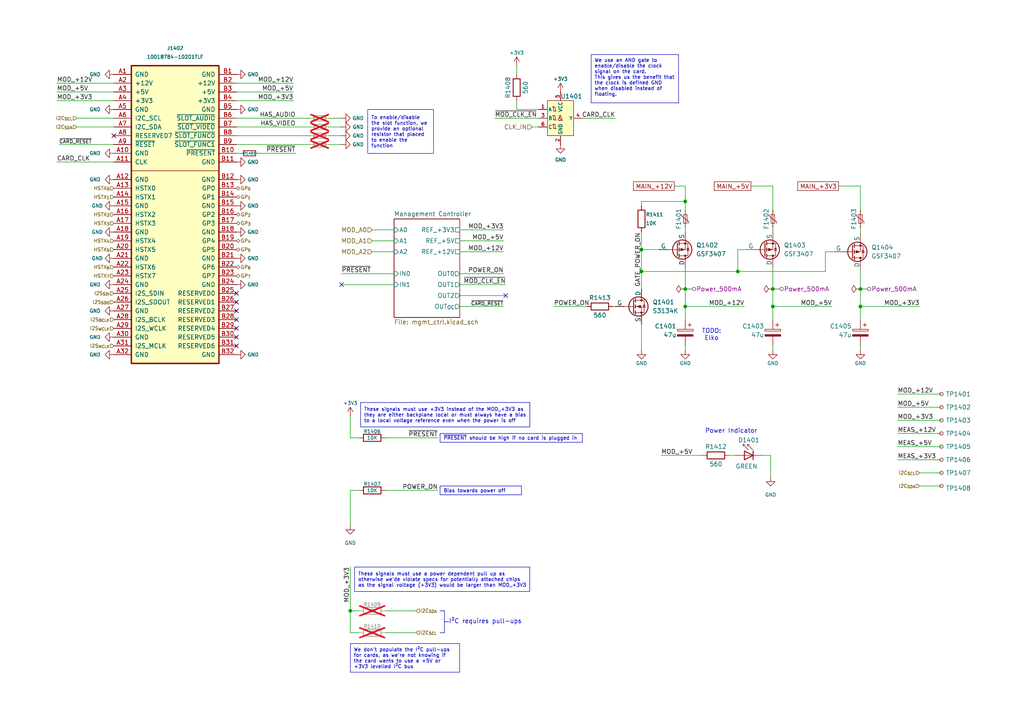
<source format=kicad_sch>
(kicad_sch (version 20250114) (generator "eeschema") (generator_version "9.0")
  (paper "A4")
  (title_block (title "Expansion Port") (company "Ashet Technologies") (comment 1 "This sheet contains all relevant components related to a single expansion port.") (comment 2 "This includes the pinout, debug facilities, test points and the wiring of the management controller."))
  (text "I²C requires pull-ups" (at 130.175 180.34 0) (effects (font (size 1.27 1.27)) (justify left)))
  (text "Power Indicator" (at 212.09 125.095 0) (effects (font (size 1.27 1.27))))
  (text "TODO:\nElko" (at 206.375 97.155 0) (effects (font (size 1.27 1.27))))
  (text_box "We use an AND gate to enable/disable the clock signal on the card.\nThis gives us the benefit that the clock is defined GND when disabled instead of floating." (at 171.45 15.875 0) (size 25.4 13.97) (margins 0.9525 0.9525 0.9525 0.9525) (fill (type color) (color 255 255 255 1)) (effects (font (size 1.016 1.016)) (justify left top)))
  (text_box "These signals must use +3V3 instead of the MOD_+3V3 as they are either backplane local or must always have a bias to a local voltage reference even when the power is off" (at 104.5816 116.7399 0) (size 49.0884 7.0851) (margins 0.9525 0.9525 0.9525 0.9525) (effects (font (size 1.016 1.016)) (justify left)))
  (text_box "Bias towards power off" (at 127.635 140.97 0) (size 23.5984 2.54) (margins 0.9525 0.9525 0.9525 0.9525) (effects (font (size 1.016 1.016)) (justify left)))
  (text_box "~{PRESENT} should be high if no card is plugged in" (at 127.635 125.73 0) (size 41.275 2.54) (margins 0.9525 0.9525 0.9525 0.9525) (effects (font (size 1.016 1.016)) (justify left)))
  (text_box "These signals must use a power dependent pull up as otherwise we'de violate specs for potentially attached chips as the signal voltage (+3V3) would be larger than MOD_+3V3" (at 102.87 164.465 0) (size 50.7999 7.0851) (margins 0.9525 0.9525 0.9525 0.9525) (fill (type color) (color 255 255 255 1)) (effects (font (size 1.016 1.016)) (justify left)))
  (text_box "We don't populate the I²C pull-ups for cards, as we're not knowing if the card wants to use a +5V or +3V3 levelled I²C bus" (at 101.6 186.69 0) (size 31.75 8.255) (margins 0.9525 0.9525 0.9525 0.9525) (fill (type color) (color 255 255 255 1)) (effects (font (size 1.016 1.016)) (justify left)))
  (text_box "To enable/disable the slot function, we provide an optional resistor that placed to enable the function" (at 106.68 31.75 0) (size 19.05 12.7) (margins 0.9525 0.9525 0.9525 0.9525) (fill (type color) (color 255 255 255 1)) (effects (font (size 1.016 1.016)) (justify left)))
  (junction (at 186.055 72.39))
  (junction (at 198.755 58.42))
  (junction (at 101.6 177.165))
  (junction (at 198.755 83.82))
  (junction (at 186.055 78.74))
  (junction (at 213.995 78.74))
  (junction (at 224.155 83.82))
  (junction (at 249.555 88.9))
  (junction (at 224.155 88.9))
  (junction (at 249.555 83.82))
  (junction (at 198.755 88.9))
  (no_connect (at 68.58 95.25))
  (no_connect (at 68.58 92.71))
  (no_connect (at 68.58 90.17))
  (no_connect (at 68.58 87.63))
  (no_connect (at 68.58 85.09))
  (no_connect (at 33.02 39.37))
  (no_connect (at 68.58 97.79))
  (no_connect (at 99.06 82.55))
  (no_connect (at 146.685 85.725))
  (no_connect (at 68.58 100.33))
  (wire (pts (xy 95.25 39.37) (xy 99.06 39.37)))
  (wire (pts (xy 149.86 29.21) (xy 149.86 31.75)))
  (wire (pts (xy 198.755 53.975) (xy 195.58 53.975)))
  (wire (pts (xy 74.93 44.45) (xy 85.725 44.45)))
  (wire (pts (xy 168.91 34.29) (xy 178.435 34.29)))
  (wire (pts (xy 111.76 127) (xy 127 127)))
  (wire (pts (xy 111.76 183.515) (xy 120.65 183.515)))
  (wire (pts (xy 186.055 58.42) (xy 198.755 58.42)))
  (wire (pts (xy 133.35 73.025) (xy 146.05 73.025)))
  (wire (pts (xy 260.35 129.54) (xy 273.05 129.54)))
  (wire (pts (xy 198.755 53.975) (xy 198.755 58.42)))
  (wire (pts (xy 198.755 88.9) (xy 215.9 88.9)))
  (wire (pts (xy 101.6 142.24) (xy 101.6 152.4)))
  (wire (pts (xy 186.055 93.98) (xy 186.055 101.6)))
  (wire (pts (xy 198.755 58.42) (xy 198.755 60.96)))
  (wire (pts (xy 111.76 142.24) (xy 127 142.24)))
  (polyline (pts (xy 128.905 180.34) (xy 130.175 180.34)))
  (wire (pts (xy 216.535 72.39) (xy 213.995 72.39)))
  (wire (pts (xy 107.95 73.025) (xy 114.3 73.025)))
  (polyline (pts (xy 127.635 177.165) (xy 128.905 177.165)))
  (wire (pts (xy 186.055 59.69) (xy 186.055 58.42)))
  (wire (pts (xy 249.555 83.82) (xy 249.555 88.9)))
  (wire (pts (xy 101.6 177.165) (xy 104.14 177.165)))
  (wire (pts (xy 266.7 137.16) (xy 273.05 137.16)))
  (wire (pts (xy 211.455 132.08) (xy 213.36 132.08)))
  (wire (pts (xy 22.225 34.29) (xy 33.02 34.29)))
  (wire (pts (xy 16.51 46.99) (xy 33.02 46.99)))
  (wire (pts (xy 68.58 36.83) (xy 90.17 36.83)))
  (wire (pts (xy 260.35 121.92) (xy 273.05 121.92)))
  (wire (pts (xy 101.6 164.465) (xy 101.6 177.165)))
  (wire (pts (xy 99.06 82.55) (xy 114.3 82.55)))
  (wire (pts (xy 186.055 78.74) (xy 213.995 78.74)))
  (wire (pts (xy 224.155 100.33) (xy 224.155 101.6)))
  (wire (pts (xy 186.055 67.31) (xy 186.055 72.39)))
  (wire (pts (xy 249.555 88.9) (xy 266.7 88.9)))
  (wire (pts (xy 224.155 88.9) (xy 224.155 92.71)))
  (wire (pts (xy 239.395 78.74) (xy 239.395 73.025)))
  (wire (pts (xy 146.05 79.375) (xy 133.35 79.375)))
  (wire (pts (xy 107.95 66.675) (xy 114.3 66.675)))
  (wire (pts (xy 99.06 79.375) (xy 114.3 79.375)))
  (wire (pts (xy 33.02 26.67) (xy 16.51 26.67)))
  (wire (pts (xy 260.35 133.35) (xy 273.05 133.35)))
  (wire (pts (xy 33.02 24.13) (xy 16.51 24.13)))
  (wire (pts (xy 191.77 132.08) (xy 203.835 132.08)))
  (wire (pts (xy 260.35 125.73) (xy 273.05 125.73)))
  (wire (pts (xy 198.755 88.9) (xy 198.755 92.71)))
  (wire (pts (xy 266.7 140.97) (xy 273.05 140.97)))
  (wire (pts (xy 133.35 88.9) (xy 146.05 88.9)))
  (wire (pts (xy 213.995 78.74) (xy 239.395 78.74)))
  (wire (pts (xy 95.25 41.91) (xy 99.06 41.91)))
  (wire (pts (xy 198.755 83.82) (xy 198.755 88.9)))
  (wire (pts (xy 107.95 69.85) (xy 114.3 69.85)))
  (wire (pts (xy 68.58 44.45) (xy 69.85 44.45)))
  (wire (pts (xy 260.35 118.11) (xy 273.05 118.11)))
  (wire (pts (xy 104.14 183.515) (xy 101.6 183.515)))
  (wire (pts (xy 224.155 66.04) (xy 224.155 67.31)))
  (wire (pts (xy 133.35 85.725) (xy 146.685 85.725)))
  (wire (pts (xy 95.25 36.83) (xy 99.06 36.83)))
  (wire (pts (xy 177.8 88.9) (xy 178.435 88.9)))
  (wire (pts (xy 198.755 77.47) (xy 198.755 83.82)))
  (wire (pts (xy 186.055 78.74) (xy 186.055 72.39)))
  (wire (pts (xy 68.58 34.29) (xy 90.17 34.29)))
  (wire (pts (xy 220.98 132.08) (xy 223.52 132.08)))
  (wire (pts (xy 17.145 41.91) (xy 33.02 41.91)))
  (wire (pts (xy 223.52 132.08) (xy 223.52 138.43)))
  (wire (pts (xy 101.6 120.65) (xy 101.6 127)))
  (wire (pts (xy 146.685 82.55) (xy 133.35 82.55)))
  (wire (pts (xy 249.555 100.33) (xy 249.555 101.6)))
  (wire (pts (xy 149.86 19.05) (xy 149.86 21.59)))
  (wire (pts (xy 133.35 66.675) (xy 146.05 66.675)))
  (wire (pts (xy 156.21 31.75) (xy 149.86 31.75)))
  (polyline (pts (xy 127.635 183.515) (xy 128.905 183.515)))
  (wire (pts (xy 239.395 73.025) (xy 241.935 73.025)))
  (wire (pts (xy 111.76 177.165) (xy 120.65 177.165)))
  (wire (pts (xy 186.055 83.82) (xy 186.055 78.74)))
  (wire (pts (xy 90.17 39.37) (xy 68.58 39.37)))
  (wire (pts (xy 217.805 53.975) (xy 224.155 53.975)))
  (wire (pts (xy 198.755 66.04) (xy 198.755 67.31)))
  (wire (pts (xy 249.555 53.975) (xy 249.555 60.96)))
  (wire (pts (xy 260.35 114.3) (xy 273.05 114.3)))
  (polyline (pts (xy 128.905 177.165) (xy 128.905 180.34)))
  (wire (pts (xy 249.555 66.04) (xy 249.555 67.945)))
  (wire (pts (xy 101.6 142.24) (xy 104.14 142.24)))
  (wire (pts (xy 213.995 72.39) (xy 213.995 78.74)))
  (wire (pts (xy 95.25 34.29) (xy 99.06 34.29)))
  (wire (pts (xy 198.755 100.33) (xy 198.755 101.6)))
  (wire (pts (xy 224.155 53.975) (xy 224.155 60.96)))
  (polyline (pts (xy 128.905 183.515) (xy 128.905 180.34)))
  (wire (pts (xy 101.6 183.515) (xy 101.6 177.165)))
  (wire (pts (xy 68.58 24.13) (xy 85.09 24.13)))
  (wire (pts (xy 154.305 36.83) (xy 156.21 36.83)))
  (wire (pts (xy 133.35 69.85) (xy 146.05 69.85)))
  (wire (pts (xy 186.055 72.39) (xy 191.135 72.39)))
  (wire (pts (xy 224.155 83.82) (xy 224.155 88.9)))
  (wire (pts (xy 85.09 29.21) (xy 68.58 29.21)))
  (wire (pts (xy 68.58 26.67) (xy 85.09 26.67)))
  (wire (pts (xy 22.225 36.83) (xy 33.02 36.83)))
  (wire (pts (xy 243.205 53.975) (xy 249.555 53.975)))
  (wire (pts (xy 90.17 41.91) (xy 68.58 41.91)))
  (wire (pts (xy 249.555 88.9) (xy 249.555 92.71)))
  (wire (pts (xy 160.655 88.9) (xy 170.18 88.9)))
  (wire (pts (xy 143.51 34.29) (xy 156.21 34.29)))
  (wire (pts (xy 101.6 127) (xy 104.14 127)))
  (wire (pts (xy 16.51 29.21) (xy 33.02 29.21)))
  (wire (pts (xy 224.155 77.47) (xy 224.155 83.82)))
  (wire (pts (xy 224.155 88.9) (xy 241.3 88.9)))
  (wire (pts (xy 249.555 78.105) (xy 249.555 83.82)))
  (label "~{MOD_CLK_EN}" (at 146.685 82.55 180))
  (label "MOD_+3V3" (at 146.05 66.675 180))
  (label "~{PRESENT}" (at 127 127 180))
  (label "~{PRESENT}" (at 85.725 44.45 180))
  (label "MOD_+5V" (at 191.77 132.08 0))
  (label "MOD_+3V3" (at 101.6 164.465 270))
  (label "MOD_+5V" (at 16.51 26.67 0))
  (label "MOD_+5V" (at 146.05 69.85 180))
  (label "MEAS_+5V" (at 260.35 129.54 0))
  (label "~{PRESENT}" (at 99.06 79.375 0))
  (label "POWER_ON" (at 160.655 88.9 0))
  (label "CARD_CLK" (at 16.51 46.99 0))
  (label "CARD_CLK" (at 178.435 34.29 180))
  (label "GATE_POWER_ON" (at 186.055 83.185 90))
  (label "MOD_+3V3" (at 260.35 121.92 0))
  (label "POWER_ON" (at 146.05 79.375 180))
  (label "MOD_+12V" (at 215.9 88.9 180))
  (label "~{CARD_RESET}" (at 17.145 41.91 0) (effects (font (size 1.016 1.016))))
  (label "MOD_+12V" (at 146.05 73.025 180))
  (label "MOD_+12V" (at 260.35 114.3 0))
  (label "MOD_+3V3" (at 85.09 29.21 180))
  (label "~{MOD_CLK_EN}" (at 143.51 34.29 0))
  (label "MOD_+5V" (at 260.35 118.11 0))
  (label "POWER_ON" (at 127 142.24 180))
  (label "HAS_AUDIO" (at 85.725 34.29 180))
  (label "MEAS_+3V3" (at 260.35 133.35 0))
  (label "MOD_+5V" (at 241.3 88.9 180))
  (label "MOD_+3V3" (at 16.51 29.21 0))
  (label "HAS_VIDEO" (at 85.725 36.83 180))
  (label "MEAS_+12V" (at 260.35 125.73 0))
  (label "MOD_+12V" (at 85.09 24.13 180))
  (label "MOD_+3V3" (at 266.7 88.9 180))
  (label "~{CARD_RESET}" (at 146.05 88.9 180) (effects (font (size 1.016 1.016))))
  (label "MOD_+12V" (at 16.51 24.13 0))
  (label "MOD_+5V" (at 85.09 26.67 180))
  (global_label "MAIN_+5V" (shape passive) (at 217.805 53.975 180) (property "Intersheetrefs" "${INTERSHEET_REFS}" (effects (hide yes))))
  (global_label "MAIN_+3V3" (shape passive) (at 243.205 53.975 180) (property "Intersheetrefs" "${INTERSHEET_REFS}" (effects (hide yes))))
  (global_label "MAIN_+12V" (shape passive) (at 195.58 53.975 180) (property "Intersheetrefs" "${INTERSHEET_REFS}" (effects (hide yes))))
  (hierarchical_label "GP_{6}" (shape bidirectional) (at 68.58 77.47 0) (effects (font (size 1.016 1.016))))
  (hierarchical_label "MOD_A1" (shape input) (at 107.95 69.85 180))
  (hierarchical_label "HSTX_{2}" (shape input) (at 33.02 62.23 180) (effects (font (size 1.016 1.016))))
  (hierarchical_label "HSTX_{7}" (shape input) (at 33.02 80.01 180) (effects (font (size 1.016 1.016))))
  (hierarchical_label "I2C_{SDA}" (shape input) (at 22.225 36.83 180) (effects (font (size 1.016 1.016))))
  (hierarchical_label "HSTX_{1}" (shape input) (at 33.02 57.15 180) (effects (font (size 1.016 1.016))))
  (hierarchical_label "GP_{1}" (shape bidirectional) (at 68.58 57.15 0) (effects (font (size 1.016 1.016))))
  (hierarchical_label "I2C_{SDA}" (shape input) (at 120.65 177.165 0) (effects (font (size 1.016 1.016))))
  (hierarchical_label "I2S_{MCLK}" (shape input) (at 33.02 100.33 180) (effects (font (size 1.016 1.016))))
  (hierarchical_label "GP_{7}" (shape bidirectional) (at 68.58 80.01 0) (effects (font (size 1.016 1.016))))
  (hierarchical_label "CLK_IN" (shape input) (at 154.305 36.83 180))
  (hierarchical_label "I2S_{WCLK}" (shape input) (at 33.02 95.25 180) (effects (font (size 1.016 1.016))))
  (hierarchical_label "I2C_{SCL}" (shape input) (at 22.225 34.29 180) (effects (font (size 1.016 1.016))))
  (hierarchical_label "GP_{5}" (shape bidirectional) (at 68.58 72.39 0) (effects (font (size 1.016 1.016))))
  (hierarchical_label "I2S_{SDO}" (shape input) (at 33.02 87.63 180) (effects (font (size 1.016 1.016))))
  (hierarchical_label "I2C_{SCL}" (shape input) (at 266.7 137.16 180) (effects (font (size 1.016 1.016))))
  (hierarchical_label "GP_{0}" (shape bidirectional) (at 68.58 54.61 0) (effects (font (size 1.016 1.016))))
  (hierarchical_label "GP_{3}" (shape bidirectional) (at 68.58 64.77 0) (effects (font (size 1.016 1.016))))
  (hierarchical_label "HSTX_{5}" (shape input) (at 33.02 72.39 180) (effects (font (size 1.016 1.016))))
  (hierarchical_label "I2C_{SDA}" (shape input) (at 266.7 140.97 180) (effects (font (size 1.016 1.016))))
  (hierarchical_label "I2S_{SDI}" (shape input) (at 33.02 85.09 180) (effects (font (size 1.016 1.016))))
  (hierarchical_label "GP_{2}" (shape bidirectional) (at 68.58 62.23 0) (effects (font (size 1.016 1.016))))
  (hierarchical_label "HSTX_{3}" (shape input) (at 33.02 64.77 180) (effects (font (size 1.016 1.016))))
  (hierarchical_label "MOD_A0" (shape input) (at 107.95 66.675 180))
  (hierarchical_label "I2S_{BCLK}" (shape input) (at 33.02 92.71 180) (effects (font (size 1.016 1.016))))
  (hierarchical_label "HSTX_{6}" (shape input) (at 33.02 77.47 180) (effects (font (size 1.016 1.016))))
  (hierarchical_label "HSTX_{4}" (shape input) (at 33.02 69.85 180) (effects (font (size 1.016 1.016))))
  (hierarchical_label "GP_{4}" (shape bidirectional) (at 68.58 69.85 0) (effects (font (size 1.016 1.016))))
  (hierarchical_label "MOD_A2" (shape input) (at 107.95 73.025 180))
  (hierarchical_label "HSTX_{0}" (shape input) (at 33.02 54.61 180) (effects (font (size 1.016 1.016))))
  (hierarchical_label "I2C_{SCL}" (shape input) (at 120.65 183.515 0) (effects (font (size 1.016 1.016))))
  (netclass_flag "" (length 2.54) (shape round) (at 198.755 83.82 270) (property "Netclass" "Power_500mA" (at 201.93 83.82 0) (effects (justify left))))
  (netclass_flag "" (length 2.54) (shape round) (at 249.555 83.82 270) (property "Netclass" "Power_500mA" (at 252.73 83.82 0) (effects (justify left))))
  (netclass_flag "" (length 2.54) (shape round) (at 224.155 83.82 270) (property "Netclass" "Power_500mA" (at 227.33 83.82 0) (effects (justify left))))
  (symbol (lib_id "power:+3V3") (at 101.6 120.65 0) (unit 1)
    (property "Reference" "#PWR0427" (effects (hide yes)))
    (property "Value" "+3V3" (at 101.6 117.475 0) (effects (font (size 1.016 1.016)) (justify bottom)))
    (property "Description" "Power symbol creates a global label with name \"+3V3\"" (effects (hide yes)))
    (instances (project "Backplane" (path "" (reference "#PWR01427") (unit 1)) (path "" (reference "#PWR0727") (unit 1)) (path "" (reference "#PWR01727") (unit 1)) (path "" (reference "#PWR01127") (unit 1)) (path "" (reference "#PWR02527") (unit 1)) (path "" (reference "#PWR0427") (unit 1)) (path "" (reference "#PWR02228") (unit 1))))
  )
  (symbol (lib_id "Connector:TestPoint_Small") (at 273.05 121.92 0) (unit 1) (in_bom no)
    (property "Reference" "TP403" (at 274.32 121.92 0) (effects (justify left)))
    (property "Value" "TestPoint_Small" (effects (hide yes)))
    (property "Footprint" "TestPoint:TestPoint_Pad_D1.0mm" (effects (hide yes)))
    (property "Description" "test point" (effects (hide yes)))
    (instances (project "Backplane" (path "" (reference "TP1403") (unit 1)) (path "" (reference "TP703") (unit 1)) (path "" (reference "TP1703") (unit 1)) (path "" (reference "TP1103") (unit 1)) (path "" (reference "TP2503") (unit 1)) (path "" (reference "TP403") (unit 1)) (path "" (reference "TP2206") (unit 1))))
  )
  (symbol (lib_id "power:GND") (at 68.58 46.99 90) (unit 1)
    (property "Reference" "#PWR0416" (effects (hide yes)))
    (property "Value" "GND" (at 71.755 46.9899 90) (effects (font (size 1.016 1.016)) (justify right)))
    (property "Description" "Power symbol creates a global label with name \"GND\" , ground" (effects (hide yes)))
    (instances (project "Backplane" (path "" (reference "#PWR01416") (unit 1)) (path "" (reference "#PWR0716") (unit 1)) (path "" (reference "#PWR01716") (unit 1)) (path "" (reference "#PWR01116") (unit 1)) (path "" (reference "#PWR02516") (unit 1)) (path "" (reference "#PWR0416") (unit 1)) (path "" (reference "#PWR02217") (unit 1))))
  )
  (symbol (lib_id "power:GND") (at 68.58 52.07 90) (unit 1)
    (property "Reference" "#PWR0417" (effects (hide yes)))
    (property "Value" "GND" (at 71.755 52.0699 90) (effects (font (size 1.016 1.016)) (justify right)))
    (property "Description" "Power symbol creates a global label with name \"GND\" , ground" (effects (hide yes)))
    (instances (project "Backplane" (path "" (reference "#PWR01417") (unit 1)) (path "" (reference "#PWR0717") (unit 1)) (path "" (reference "#PWR01717") (unit 1)) (path "" (reference "#PWR01117") (unit 1)) (path "" (reference "#PWR02517") (unit 1)) (path "" (reference "#PWR0417") (unit 1)) (path "" (reference "#PWR02218") (unit 1))))
  )
  (symbol (lib_id "Device:R") (at 107.95 127 90) (unit 1)
    (property "Reference" "R406" (at 107.95 125.73 90) (effects (font (size 1.016 1.016)) (justify top)))
    (property "Value" "10K" (at 107.95 127 90) (effects (font (size 1.016 1.016))))
    (property "Footprint" "Resistor_SMD:R_0603_1608Metric" (effects (hide yes)))
    (property "Datasheet" "https://www.yageogroup.com/content/datasheet/asset/file/PYU-RC_GROUP_51_ROHS_L" (effects (hide yes)))
    (property "Description" "Resistor" (effects (hide yes)))
    (property "Digikey Part No" "311-10.0KHRCT-ND" (effects (hide yes)))
    (instances (project "Backplane" (path "" (reference "R1406") (unit 1)) (path "" (reference "R706") (unit 1)) (path "" (reference "R1706") (unit 1)) (path "" (reference "R1106") (unit 1)) (path "" (reference "R2506") (unit 1)) (path "" (reference "R406") (unit 1)) (path "" (reference "R2208") (unit 1))))
  )
  (symbol (lib_id "power:GND") (at 68.58 102.87 90) (unit 1)
    (property "Reference" "#PWR0422" (effects (hide yes)))
    (property "Value" "GND" (at 71.755 102.8699 90) (effects (font (size 1.016 1.016)) (justify right)))
    (property "Description" "Power symbol creates a global label with name \"GND\" , ground" (effects (hide yes)))
    (instances (project "Backplane" (path "" (reference "#PWR01422") (unit 1)) (path "" (reference "#PWR0722") (unit 1)) (path "" (reference "#PWR01722") (unit 1)) (path "" (reference "#PWR01122") (unit 1)) (path "" (reference "#PWR02522") (unit 1)) (path "" (reference "#PWR0422") (unit 1)) (path "" (reference "#PWR02223") (unit 1))))
  )
  (symbol (lib_id "Device:R_Small") (at 92.71 41.91 90) (unit 1) (dnp yes)
    (property "Reference" "R405" (at 92.71 41.91 90) (effects (font (size 0.762 0.762))))
    (property "Value" "0" (effects (hide yes)))
    (property "Footprint" "Resistor_SMD:R_0603_1608Metric" (effects (hide yes)))
    (property "Datasheet" "https://www.yageogroup.com/content/datasheet/asset/file/PYU-RC_GROUP_51_ROHS_L" (effects (hide yes)))
    (property "Description" "Resistor, small symbol" (effects (hide yes)))
    (property "Digikey Part No" "311-0.0GRCT-ND" (effects (hide yes)))
    (instances (project "Backplane" (path "" (reference "R1405") (unit 1)) (path "" (reference "R705") (unit 1)) (path "" (reference "R1705") (unit 1)) (path "" (reference "R1105") (unit 1)) (path "" (reference "R2505") (unit 1)) (path "" (reference "R405") (unit 1)) (path "" (reference "R2207") (unit 1))))
  )
  (symbol (lib_id "Device:R") (at 107.95 142.24 90) (unit 1)
    (property "Reference" "R407" (at 107.95 140.97 90) (effects (font (size 1.016 1.016)) (justify top)))
    (property "Value" "10K" (at 107.95 142.24 90) (effects (font (size 1.016 1.016))))
    (property "Footprint" "Resistor_SMD:R_0603_1608Metric" (effects (hide yes)))
    (property "Datasheet" "https://www.yageogroup.com/content/datasheet/asset/file/PYU-RC_GROUP_51_ROHS_L" (effects (hide yes)))
    (property "Description" "Resistor" (effects (hide yes)))
    (property "Digikey Part No" "311-10.0KHRCT-ND" (effects (hide yes)))
    (instances (project "Backplane" (path "" (reference "R1407") (unit 1)) (path "" (reference "R707") (unit 1)) (path "" (reference "R1707") (unit 1)) (path "" (reference "R1107") (unit 1)) (path "" (reference "R2507") (unit 1)) (path "" (reference "R407") (unit 1)) (path "" (reference "R2209") (unit 1))))
  )
  (symbol (lib_id "power:PWR_FLAG") (at 198.755 83.82 90) (unit 1)
    (property "Reference" "#FLG0401" (effects (hide yes)))
    (property "Value" "PWR_FLAG" (effects (hide yes)))
    (property "Description" "Special symbol for telling ERC where power comes from" (effects (hide yes)))
    (instances (project "Backplane" (path "" (reference "#FLG01401") (unit 1)) (path "" (reference "#FLG0701") (unit 1)) (path "" (reference "#FLG01701") (unit 1)) (path "" (reference "#FLG01101") (unit 1)) (path "" (reference "#FLG02501") (unit 1)) (path "" (reference "#FLG0401") (unit 1)) (path "" (reference "#FLG02201") (unit 1))))
  )
  (symbol (lib_id "power:GND") (at 68.58 82.55 90) (unit 1)
    (property "Reference" "#PWR0421" (effects (hide yes)))
    (property "Value" "GND" (at 71.755 82.5499 90) (effects (font (size 1.016 1.016)) (justify right)))
    (property "Description" "Power symbol creates a global label with name \"GND\" , ground" (effects (hide yes)))
    (instances (project "Backplane" (path "" (reference "#PWR01421") (unit 1)) (path "" (reference "#PWR0721") (unit 1)) (path "" (reference "#PWR01721") (unit 1)) (path "" (reference "#PWR01121") (unit 1)) (path "" (reference "#PWR02521") (unit 1)) (path "" (reference "#PWR0421") (unit 1)) (path "" (reference "#PWR02222") (unit 1))))
  )
  (symbol (lib_id "Home Computer:NL17SZS11DFT2G-Q") (at 162.56 34.29 0) (unit 1)
    (property "Reference" "U401" (at 165.735 27.94 0))
    (property "Value" "NL17SZS11DFT2G-Q" (effects (hide yes)))
    (property "Footprint" "Package_TO_SOT_SMD:SOT-363_SC-70-6" (effects (hide yes)))
    (property "Datasheet" "https://www.onsemi.com/download/data-sheet/pdf/nl17szs11-d.pdf" (effects (hide yes)))
    (property "Description" "AND Gate IC 1 Channel Schmitt Trigger Input SC-88/SC70-6/SOT-363" (effects (hide yes)))
    (property "DigiKey Part No" "488-NL17SZS11DFT2G-QCT-ND" (effects (hide yes)))
    (instances (project "" (path "" (reference "U1401") (unit 1)) (path "" (reference "U701") (unit 1)) (path "" (reference "U1701") (unit 1)) (path "" (reference "U1101") (unit 1)) (path "" (reference "U2501") (unit 1)) (path "" (reference "U401") (unit 1)) (path "" (reference "U2201") (unit 1))))
  )
  (symbol (lib_id "Device:R") (at 149.86 25.4 0) (unit 1)
    (property "Reference" "R408" (at 147.32 25.4 90))
    (property "Value" "560" (at 152.4 25.4 90))
    (property "Footprint" "Resistor_SMD:R_0603_1608Metric" (effects (hide yes)))
    (property "Datasheet" "https://www.susumu.co.jp/common/pdf/n_catalog_partition05_en.pdf" (effects (hide yes)))
    (property "Description" "Resistor" (effects (hide yes)))
    (property "Digikey Part No" "RR08P560DCT-ND" (effects (hide yes)))
    (instances (project "Backplane" (path "" (reference "R1408") (unit 1)) (path "" (reference "R708") (unit 1)) (path "" (reference "R1708") (unit 1)) (path "" (reference "R1108") (unit 1)) (path "" (reference "R2508") (unit 1)) (path "" (reference "R408") (unit 1)) (path "" (reference "R2210") (unit 1))))
  )
  (symbol (lib_id "Device:C_Polarized") (at 198.755 96.52 0) (mirror y) (unit 1)
    (property "Reference" "C401" (at 196.215 94.615 0) (effects (justify left)))
    (property "Value" "47u" (at 196.215 97.155 0) (effects (justify left)))
    (property "Footprint" "Capacitor_SMD:C_0603_1608Metric" (effects (hide yes)))
    (property "Description" "Polarized capacitor" (effects (hide yes)))
    (instances (project "" (path "" (reference "C1401") (unit 1)) (path "" (reference "C701") (unit 1)) (path "" (reference "C1701") (unit 1)) (path "" (reference "C1101") (unit 1)) (path "" (reference "C2501") (unit 1)) (path "" (reference "C401") (unit 1)) (path "" (reference "C2201") (unit 1))))
  )
  (symbol (lib_id "power:GND") (at 33.02 44.45 270) (unit 1)
    (property "Reference" "#PWR0404" (effects (hide yes)))
    (property "Value" "GND" (at 29.21 44.4499 90) (effects (font (size 1.016 1.016)) (justify right)))
    (property "Description" "Power symbol creates a global label with name \"GND\" , ground" (effects (hide yes)))
    (instances (project "Backplane" (path "" (reference "#PWR01404") (unit 1)) (path "" (reference "#PWR0704") (unit 1)) (path "" (reference "#PWR01704") (unit 1)) (path "" (reference "#PWR01104") (unit 1)) (path "" (reference "#PWR02504") (unit 1)) (path "" (reference "#PWR0404") (unit 1)) (path "" (reference "#PWR02204") (unit 1))))
  )
  (symbol (lib_id "power:GND") (at 68.58 74.93 90) (unit 1)
    (property "Reference" "#PWR0420" (effects (hide yes)))
    (property "Value" "GND" (at 71.755 74.9299 90) (effects (font (size 1.016 1.016)) (justify right)))
    (property "Description" "Power symbol creates a global label with name \"GND\" , ground" (effects (hide yes)))
    (instances (project "Backplane" (path "" (reference "#PWR01420") (unit 1)) (path "" (reference "#PWR0720") (unit 1)) (path "" (reference "#PWR01720") (unit 1)) (path "" (reference "#PWR01120") (unit 1)) (path "" (reference "#PWR02520") (unit 1)) (path "" (reference "#PWR0420") (unit 1)) (path "" (reference "#PWR02221") (unit 1))))
  )
  (symbol (lib_id "Device:R") (at 173.99 88.9 270) (unit 1)
    (property "Reference" "R413" (at 173.99 86.36 90))
    (property "Value" "560" (at 173.99 91.44 90))
    (property "Footprint" "Resistor_SMD:R_0603_1608Metric" (effects (hide yes)))
    (property "Datasheet" "https://www.susumu.co.jp/common/pdf/n_catalog_partition05_en.pdf" (effects (hide yes)))
    (property "Description" "Resistor" (effects (hide yes)))
    (property "Digikey Part No" "RR08P560DCT-ND" (effects (hide yes)))
    (instances (project "Backplane" (path "" (reference "R1413") (unit 1)) (path "" (reference "R713") (unit 1)) (path "" (reference "R1713") (unit 1)) (path "" (reference "R1113") (unit 1)) (path "" (reference "R2513") (unit 1)) (path "" (reference "R413") (unit 1)) (path "" (reference "R2215") (unit 1))))
  )
  (symbol (lib_id "power:GND") (at 33.02 67.31 270) (mirror x) (unit 1)
    (property "Reference" "#PWR0407" (effects (hide yes)))
    (property "Value" "GND" (at 29.845 67.3099 90) (effects (font (size 1.016 1.016)) (justify right)))
    (property "Description" "Power symbol creates a global label with name \"GND\" , ground" (effects (hide yes)))
    (instances (project "Backplane" (path "" (reference "#PWR01407") (unit 1)) (path "" (reference "#PWR0707") (unit 1)) (path "" (reference "#PWR01707") (unit 1)) (path "" (reference "#PWR01107") (unit 1)) (path "" (reference "#PWR02507") (unit 1)) (path "" (reference "#PWR0407") (unit 1)) (path "" (reference "#PWR02207") (unit 1))))
  )
  (symbol (lib_id "Home Computer:GSF3407") (at 249.555 73.025 0) (mirror x) (unit 1)
    (property "Reference" "Q404" (at 252.73 71.7549 0) (effects (justify left)))
    (property "Value" "GSF3407" (at 252.73 74.2949 0) (effects (justify left)))
    (property "Footprint" "Package_TO_SOT_SMD:SOT-23" (effects (hide yes)))
    (property "Datasheet" "https://goodarksemi.com/docs/datasheets/mosfets/GSF3407.pdf" (effects (hide yes)))
    (property "Description" "30V P-Channel MOSFET" (effects (hide yes)))
    (property "Digikey Part No" "4786-GSF3407CT-ND" (effects (hide yes)))
    (instances (project "Backplane" (path "" (reference "Q1404") (unit 1)) (path "" (reference "Q704") (unit 1)) (path "" (reference "Q1704") (unit 1)) (path "" (reference "Q1104") (unit 1)) (path "" (reference "Q2504") (unit 1)) (path "" (reference "Q404") (unit 1)) (path "" (reference "Q2204") (unit 1))))
  )
  (symbol (lib_id "Connector:TestPoint_Small") (at 273.05 133.35 0) (unit 1) (in_bom no)
    (property "Reference" "TP406" (at 274.32 133.35 0) (effects (justify left)))
    (property "Value" "TestPoint_Small" (effects (hide yes)))
    (property "Footprint" "TestPoint:TestPoint_Pad_D1.0mm" (effects (hide yes)))
    (property "Description" "test point" (effects (hide yes)))
    (instances (project "Backplane" (path "" (reference "TP1406") (unit 1)) (path "" (reference "TP706") (unit 1)) (path "" (reference "TP1706") (unit 1)) (path "" (reference "TP1106") (unit 1)) (path "" (reference "TP2506") (unit 1)) (path "" (reference "TP406") (unit 1)) (path "" (reference "TP2209") (unit 1))))
  )
  (symbol (lib_id "power:GND") (at 68.58 21.59 90) (unit 1)
    (property "Reference" "#PWR0414" (effects (hide yes)))
    (property "Value" "GND" (at 71.755 21.5899 90) (effects (font (size 1.016 1.016)) (justify right)))
    (property "Description" "Power symbol creates a global label with name \"GND\" , ground" (effects (hide yes)))
    (instances (project "Backplane" (path "" (reference "#PWR01414") (unit 1)) (path "" (reference "#PWR0714") (unit 1)) (path "" (reference "#PWR01714") (unit 1)) (path "" (reference "#PWR01114") (unit 1)) (path "" (reference "#PWR02514") (unit 1)) (path "" (reference "#PWR0414") (unit 1)) (path "" (reference "#PWR02215") (unit 1))))
  )
  (symbol (lib_id "power:GND") (at 68.58 31.75 90) (unit 1)
    (property "Reference" "#PWR0415" (effects (hide yes)))
    (property "Value" "GND" (at 71.755 31.7499 90) (effects (font (size 1.016 1.016)) (justify right)))
    (property "Description" "Power symbol creates a global label with name \"GND\" , ground" (effects (hide yes)))
    (instances (project "Backplane" (path "" (reference "#PWR01415") (unit 1)) (path "" (reference "#PWR0715") (unit 1)) (path "" (reference "#PWR01715") (unit 1)) (path "" (reference "#PWR01115") (unit 1)) (path "" (reference "#PWR02515") (unit 1)) (path "" (reference "#PWR0415") (unit 1)) (path "" (reference "#PWR02216") (unit 1))))
  )
  (symbol (lib_id "power:GND") (at 99.06 41.91 90) (unit 1)
    (property "Reference" "#PWR0426" (effects (hide yes)))
    (property "Value" "GND" (at 102.235 41.9099 90) (effects (font (size 1.016 1.016)) (justify right)))
    (property "Description" "Power symbol creates a global label with name \"GND\" , ground" (effects (hide yes)))
    (instances (project "Backplane" (path "" (reference "#PWR01426") (unit 1)) (path "" (reference "#PWR0726") (unit 1)) (path "" (reference "#PWR01726") (unit 1)) (path "" (reference "#PWR01126") (unit 1)) (path "" (reference "#PWR02526") (unit 1)) (path "" (reference "#PWR0426") (unit 1)) (path "" (reference "#PWR02227") (unit 1))))
  )
  (symbol (lib_id "power:GND") (at 33.02 102.87 270) (unit 1)
    (property "Reference" "#PWR0412" (effects (hide yes)))
    (property "Value" "GND" (at 29.21 102.8699 90) (effects (font (size 1.016 1.016)) (justify right)))
    (property "Description" "Power symbol creates a global label with name \"GND\" , ground" (effects (hide yes)))
    (instances (project "Backplane" (path "" (reference "#PWR01412") (unit 1)) (path "" (reference "#PWR0712") (unit 1)) (path "" (reference "#PWR01712") (unit 1)) (path "" (reference "#PWR01112") (unit 1)) (path "" (reference "#PWR02512") (unit 1)) (path "" (reference "#PWR0412") (unit 1)) (path "" (reference "#PWR02213") (unit 1))))
  )
  (symbol (lib_name "SMD1206B050TF/15_1") (lib_id "Symbol Library:SMD1206B050TF/15") (at 224.155 63.5 180) (unit 1)
    (property "Reference" "F402" (at 222.25 63.5 90))
    (property "Value" "SMD1206B050TF/15" (effects (hide yes)))
    (property "Footprint" "Fuse:Fuse_1206_3216Metric" (effects (hide yes)))
    (property "Datasheet" "https://www.yageogroup.com/content/Resource%20Library/Datasheet/SMD1206_1.pdf" (effects (hide yes)))
    (property "Digikey Part No" "13-SMD1206B050TF/15TR-ND" (effects (hide yes)))
    (instances (project "Backplane" (path "" (reference "F1402") (unit 1)) (path "" (reference "F702") (unit 1)) (path "" (reference "F1702") (unit 1)) (path "" (reference "F1102") (unit 1)) (path "" (reference "F2502") (unit 1)) (path "" (reference "F402") (unit 1)) (path "" (reference "F2203") (unit 1))))
  )
  (symbol (lib_id "power:GND") (at 186.055 101.6 0) (unit 1)
    (property "Reference" "#PWR0429" (effects (hide yes)))
    (property "Value" "GND" (at 186.055 104.775 0) (effects (font (size 1.016 1.016)) (justify top)))
    (property "Description" "Power symbol creates a global label with name \"GND\" , ground" (effects (hide yes)))
    (instances (project "Backplane" (path "" (reference "#PWR01429") (unit 1)) (path "" (reference "#PWR0729") (unit 1)) (path "" (reference "#PWR01729") (unit 1)) (path "" (reference "#PWR01129") (unit 1)) (path "" (reference "#PWR02529") (unit 1)) (path "" (reference "#PWR0429") (unit 1)) (path "" (reference "#PWR02230") (unit 1))))
  )
  (symbol (lib_name "SMD1206B050TF/15_1") (lib_id "Symbol Library:SMD1206B050TF/15") (at 249.555 63.5 180) (unit 1)
    (property "Reference" "F403" (at 247.65 63.5 90))
    (property "Value" "SMD1206B050TF/15" (effects (hide yes)))
    (property "Footprint" "Fuse:Fuse_1206_3216Metric" (effects (hide yes)))
    (property "Datasheet" "https://www.yageogroup.com/content/Resource%20Library/Datasheet/SMD1206_1.pdf" (effects (hide yes)))
    (property "Digikey Part No" "13-SMD1206B050TF/15TR-ND" (effects (hide yes)))
    (instances (project "Backplane" (path "" (reference "F1403") (unit 1)) (path "" (reference "F703") (unit 1)) (path "" (reference "F1703") (unit 1)) (path "" (reference "F1103") (unit 1)) (path "" (reference "F2503") (unit 1)) (path "" (reference "F403") (unit 1)) (path "" (reference "F2204") (unit 1))))
  )
  (symbol (lib_id "power:GND") (at 33.02 82.55 270) (unit 1)
    (property "Reference" "#PWR0409" (effects (hide yes)))
    (property "Value" "GND" (at 29.21 82.5499 90) (effects (font (size 1.016 1.016)) (justify right)))
    (property "Description" "Power symbol creates a global label with name \"GND\" , ground" (effects (hide yes)))
    (instances (project "Backplane" (path "" (reference "#PWR01409") (unit 1)) (path "" (reference "#PWR0709") (unit 1)) (path "" (reference "#PWR01709") (unit 1)) (path "" (reference "#PWR01109") (unit 1)) (path "" (reference "#PWR02509") (unit 1)) (path "" (reference "#PWR0409") (unit 1)) (path "" (reference "#PWR02210") (unit 1))))
  )
  (symbol (lib_id "Home Computer:AHC-MODCONN-GEN1 Socket") (at 50.8 62.23 0) (unit 1)
    (property "Reference" "J402" (at 50.8 13.97 0) (effects (font (size 1.016 1.016))))
    (property "Value" "10018784-10201TLF" (at 50.8 16.51 0) (effects (font (size 1.016 1.016))))
    (property "Footprint" "Home Computer:CONN_10018784-10201TLF" (effects (hide yes)))
    (property "Datasheet" "https://www.mouser.de/datasheet/2/18/10018784-1228695.pdf" (effects (hide yes)))
    (property "Description" "Ashet Home Computer Slot" (effects (hide yes)))
    (property "Digikey Part No" "609-2026-ND" (effects (hide yes)))
    (instances (project "Backplane" (path "" (reference "J1402") (unit 1)) (path "" (reference "J702") (unit 1)) (path "" (reference "J1702") (unit 1)) (path "" (reference "J1102") (unit 1)) (path "" (reference "J2502") (unit 1)) (path "" (reference "J402") (unit 1)) (path "" (reference "J2203") (unit 1))))
  )
  (symbol (lib_id "power:GND") (at 33.02 31.75 270) (unit 1)
    (property "Reference" "#PWR0403" (effects (hide yes)))
    (property "Value" "GND" (at 29.21 31.7499 90) (effects (font (size 1.016 1.016)) (justify right)))
    (property "Description" "Power symbol creates a global label with name \"GND\" , ground" (effects (hide yes)))
    (instances (project "Backplane" (path "" (reference "#PWR01403") (unit 1)) (path "" (reference "#PWR0703") (unit 1)) (path "" (reference "#PWR01703") (unit 1)) (path "" (reference "#PWR01103") (unit 1)) (path "" (reference "#PWR02503") (unit 1)) (path "" (reference "#PWR0403") (unit 1)) (path "" (reference "#PWR02203") (unit 1))))
  )
  (symbol (lib_id "Connector:TestPoint_Small") (at 273.05 140.97 0) (unit 1) (in_bom no)
    (property "Reference" "TP408" (at 274.32 141.605 0) (effects (justify left)))
    (property "Value" "TestPoint_Small" (effects (hide yes)))
    (property "Footprint" "TestPoint:TestPoint_Pad_D1.0mm" (effects (hide yes)))
    (property "Description" "test point" (effects (hide yes)))
    (instances (project "Backplane" (path "" (reference "TP1408") (unit 1)) (path "" (reference "TP708") (unit 1)) (path "" (reference "TP1708") (unit 1)) (path "" (reference "TP1108") (unit 1)) (path "" (reference "TP2508") (unit 1)) (path "" (reference "TP408") (unit 1)) (path "" (reference "TP2211") (unit 1))))
  )
  (symbol (lib_id "power:GND") (at 99.06 34.29 90) (unit 1)
    (property "Reference" "#PWR0423" (effects (hide yes)))
    (property "Value" "GND" (at 102.235 34.2899 90) (effects (font (size 1.016 1.016)) (justify right)))
    (property "Description" "Power symbol creates a global label with name \"GND\" , ground" (effects (hide yes)))
    (instances (project "Backplane" (path "" (reference "#PWR01423") (unit 1)) (path "" (reference "#PWR0723") (unit 1)) (path "" (reference "#PWR01723") (unit 1)) (path "" (reference "#PWR01123") (unit 1)) (path "" (reference "#PWR02523") (unit 1)) (path "" (reference "#PWR0423") (unit 1)) (path "" (reference "#PWR02224") (unit 1))))
  )
  (symbol (lib_id "power:GND") (at 33.02 90.17 270) (unit 1)
    (property "Reference" "#PWR0410" (effects (hide yes)))
    (property "Value" "GND" (at 29.21 90.1699 90) (effects (font (size 1.016 1.016)) (justify right)))
    (property "Description" "Power symbol creates a global label with name \"GND\" , ground" (effects (hide yes)))
    (instances (project "Backplane" (path "" (reference "#PWR01410") (unit 1)) (path "" (reference "#PWR0710") (unit 1)) (path "" (reference "#PWR01710") (unit 1)) (path "" (reference "#PWR01110") (unit 1)) (path "" (reference "#PWR02510") (unit 1)) (path "" (reference "#PWR0410") (unit 1)) (path "" (reference "#PWR02211") (unit 1))))
  )
  (symbol (lib_id "power:GND") (at 198.755 101.6 0) (unit 1)
    (property "Reference" "#PWR0432" (effects (hide yes)))
    (property "Value" "GND" (at 198.755 104.775 0) (effects (font (size 1.016 1.016)) (justify top)))
    (property "Description" "Power symbol creates a global label with name \"GND\" , ground" (effects (hide yes)))
    (instances (project "Backplane" (path "" (reference "#PWR01432") (unit 1)) (path "" (reference "#PWR0732") (unit 1)) (path "" (reference "#PWR01732") (unit 1)) (path "" (reference "#PWR01132") (unit 1)) (path "" (reference "#PWR02532") (unit 1)) (path "" (reference "#PWR0432") (unit 1)) (path "" (reference "#PWR02233") (unit 1))))
  )
  (symbol (lib_id "power:GND") (at 224.155 101.6 0) (unit 1)
    (property "Reference" "#PWR0433" (effects (hide yes)))
    (property "Value" "GND" (at 224.155 104.775 0) (effects (font (size 1.016 1.016)) (justify top)))
    (property "Description" "Power symbol creates a global label with name \"GND\" , ground" (effects (hide yes)))
    (instances (project "Backplane" (path "" (reference "#PWR01433") (unit 1)) (path "" (reference "#PWR0733") (unit 1)) (path "" (reference "#PWR01733") (unit 1)) (path "" (reference "#PWR01133") (unit 1)) (path "" (reference "#PWR02533") (unit 1)) (path "" (reference "#PWR0433") (unit 1)) (path "" (reference "#PWR02234") (unit 1))))
  )
  (symbol (lib_id "Device:C_Polarized") (at 224.155 96.52 0) (mirror y) (unit 1)
    (property "Reference" "C403" (at 221.615 94.615 0) (effects (justify left)))
    (property "Value" "47u" (at 221.615 97.155 0) (effects (justify left)))
    (property "Footprint" "Capacitor_SMD:C_0603_1608Metric" (effects (hide yes)))
    (property "Datasheet" "https://search.murata.co.jp/Ceramy/image/img/A01X/G101/ENG/GRM188R60J476ME15-01.pdf" (effects (hide yes)))
    (property "Description" "Polarized capacitor" (effects (hide yes)))
    (property "Digikey Part No" "490-13247-1-ND" (effects (hide yes)))
    (instances (project "Backplane" (path "" (reference "C1403") (unit 1)) (path "" (reference "C703") (unit 1)) (path "" (reference "C1703") (unit 1)) (path "" (reference "C1103") (unit 1)) (path "" (reference "C2503") (unit 1)) (path "" (reference "C403") (unit 1)) (path "" (reference "C2203") (unit 1))))
  )
  (symbol (lib_id "Device:R") (at 107.95 177.165 90) (unit 1) (dnp yes)
    (property "Reference" "R409" (at 107.95 175.895 90) (effects (font (size 1.016 1.016)) (justify top)))
    (property "Value" "10K" (at 107.95 177.165 90) (effects (font (size 1.016 1.016))))
    (property "Footprint" "Resistor_SMD:R_0603_1608Metric" (effects (hide yes)))
    (property "Datasheet" "https://www.yageogroup.com/content/datasheet/asset/file/PYU-RC_GROUP_51_ROHS_L" (effects (hide yes)))
    (property "Description" "Resistor" (effects (hide yes)))
    (property "Digikey Part No" "311-10.0KHRCT-ND" (effects (hide yes)))
    (instances (project "Backplane" (path "" (reference "R1409") (unit 1)) (path "" (reference "R709") (unit 1)) (path "" (reference "R1709") (unit 1)) (path "" (reference "R1109") (unit 1)) (path "" (reference "R2509") (unit 1)) (path "" (reference "R409") (unit 1)) (path "" (reference "R2211") (unit 1))))
  )
  (symbol (lib_id "power:GND") (at 99.06 36.83 90) (unit 1)
    (property "Reference" "#PWR0424" (effects (hide yes)))
    (property "Value" "GND" (at 102.235 36.8299 90) (effects (font (size 1.016 1.016)) (justify right)))
    (property "Description" "Power symbol creates a global label with name \"GND\" , ground" (effects (hide yes)))
    (instances (project "Backplane" (path "" (reference "#PWR01424") (unit 1)) (path "" (reference "#PWR0724") (unit 1)) (path "" (reference "#PWR01724") (unit 1)) (path "" (reference "#PWR01124") (unit 1)) (path "" (reference "#PWR02524") (unit 1)) (path "" (reference "#PWR0424") (unit 1)) (path "" (reference "#PWR02225") (unit 1))))
  )
  (symbol (lib_id "power:GND") (at 33.02 59.69 270) (mirror x) (unit 1)
    (property "Reference" "#PWR0406" (effects (hide yes)))
    (property "Value" "GND" (at 29.845 59.6899 90) (effects (font (size 1.016 1.016)) (justify right)))
    (property "Description" "Power symbol creates a global label with name \"GND\" , ground" (effects (hide yes)))
    (instances (project "Backplane" (path "" (reference "#PWR01406") (unit 1)) (path "" (reference "#PWR0706") (unit 1)) (path "" (reference "#PWR01706") (unit 1)) (path "" (reference "#PWR01106") (unit 1)) (path "" (reference "#PWR02506") (unit 1)) (path "" (reference "#PWR0406") (unit 1)) (path "" (reference "#PWR02206") (unit 1))))
  )
  (symbol (lib_id "Home Computer:S3134K") (at 186.055 88.9 0) (unit 1)
    (property "Reference" "Q401" (at 189.23 87.6299 0) (effects (justify left)))
    (property "Value" "S3134K" (at 189.23 90.1699 0) (effects (justify left)))
    (property "Footprint" "Package_TO_SOT_SMD:SOT-23" (effects (hide yes)))
    (property "Datasheet" "https://goodarksemi.com/docs/datasheets/mosfets/S3134K.pdf" (effects (hide yes)))
    (property "Description" "20V N-Channel MOSFET" (effects (hide yes)))
    (property "Digikey Part No" "4786-S3134KCT-ND" (effects (hide yes)))
    (instances (project "Backplane" (path "" (reference "Q1401") (unit 1)) (path "" (reference "Q701") (unit 1)) (path "" (reference "Q1701") (unit 1)) (path "" (reference "Q1101") (unit 1)) (path "" (reference "Q2501") (unit 1)) (path "" (reference "Q401") (unit 1)) (path "" (reference "Q2201") (unit 1))))
  )
  (symbol (lib_id "power:PWR_FLAG") (at 224.155 83.82 90) (unit 1)
    (property "Reference" "#FLG0402" (effects (hide yes)))
    (property "Value" "PWR_FLAG" (effects (hide yes)))
    (property "Description" "Special symbol for telling ERC where power comes from" (effects (hide yes)))
    (instances (project "Backplane" (path "" (reference "#FLG01402") (unit 1)) (path "" (reference "#FLG0702") (unit 1)) (path "" (reference "#FLG01702") (unit 1)) (path "" (reference "#FLG01102") (unit 1)) (path "" (reference "#FLG02502") (unit 1)) (path "" (reference "#FLG0402") (unit 1)) (path "" (reference "#FLG02202") (unit 1))))
  )
  (symbol (lib_id "Device:R_Small") (at 92.71 34.29 90) (unit 1) (dnp yes)
    (property "Reference" "R402" (at 92.71 34.29 90) (effects (font (size 0.762 0.762))))
    (property "Value" "0" (effects (hide yes)))
    (property "Footprint" "Resistor_SMD:R_0603_1608Metric" (effects (hide yes)))
    (property "Datasheet" "https://www.yageogroup.com/content/datasheet/asset/file/PYU-RC_GROUP_51_ROHS_L" (effects (hide yes)))
    (property "Description" "Resistor, small symbol" (effects (hide yes)))
    (property "Digikey Part No" "311-0.0GRCT-ND" (effects (hide yes)))
    (instances (project "Backplane" (path "" (reference "R1402") (unit 1)) (path "" (reference "R702") (unit 1)) (path "" (reference "R1702") (unit 1)) (path "" (reference "R1102") (unit 1)) (path "" (reference "R2502") (unit 1)) (path "" (reference "R402") (unit 1)) (path "" (reference "R2204") (unit 1))))
  )
  (symbol (lib_id "Home Computer:GSF3407") (at 224.155 72.39 0) (mirror x) (unit 1)
    (property "Reference" "Q403" (at 227.33 71.1199 0) (effects (justify left)))
    (property "Value" "GSF3407" (at 227.33 73.6599 0) (effects (justify left)))
    (property "Footprint" "Package_TO_SOT_SMD:SOT-23" (effects (hide yes)))
    (property "Datasheet" "https://goodarksemi.com/docs/datasheets/mosfets/GSF3407.pdf" (effects (hide yes)))
    (property "Description" "30V P-Channel MOSFET" (effects (hide yes)))
    (property "Digikey Part No" "4786-GSF3407CT-ND" (effects (hide yes)))
    (instances (project "Backplane" (path "" (reference "Q1403") (unit 1)) (path "" (reference "Q703") (unit 1)) (path "" (reference "Q1703") (unit 1)) (path "" (reference "Q1103") (unit 1)) (path "" (reference "Q2503") (unit 1)) (path "" (reference "Q403") (unit 1)) (path "" (reference "Q2203") (unit 1))))
  )
  (symbol (lib_id "power:GND") (at 33.02 97.79 270) (unit 1)
    (property "Reference" "#PWR0411" (effects (hide yes)))
    (property "Value" "GND" (at 29.21 97.7899 90) (effects (font (size 1.016 1.016)) (justify right)))
    (property "Description" "Power symbol creates a global label with name \"GND\" , ground" (effects (hide yes)))
    (instances (project "Backplane" (path "" (reference "#PWR01411") (unit 1)) (path "" (reference "#PWR0711") (unit 1)) (path "" (reference "#PWR01711") (unit 1)) (path "" (reference "#PWR01111") (unit 1)) (path "" (reference "#PWR02511") (unit 1)) (path "" (reference "#PWR0411") (unit 1)) (path "" (reference "#PWR02212") (unit 1))))
  )
  (symbol (lib_id "Connector:TestPoint_Small") (at 273.05 137.16 0) (unit 1) (in_bom no)
    (property "Reference" "TP407" (at 274.32 137.16 0) (effects (justify left)))
    (property "Value" "TestPoint_Small" (effects (hide yes)))
    (property "Footprint" "TestPoint:TestPoint_Pad_D1.0mm" (effects (hide yes)))
    (property "Description" "test point" (effects (hide yes)))
    (instances (project "Backplane" (path "" (reference "TP1407") (unit 1)) (path "" (reference "TP707") (unit 1)) (path "" (reference "TP1707") (unit 1)) (path "" (reference "TP1107") (unit 1)) (path "" (reference "TP2507") (unit 1)) (path "" (reference "TP407") (unit 1)) (path "" (reference "TP2210") (unit 1))))
  )
  (symbol (lib_id "power:PWR_FLAG") (at 249.555 83.82 90) (unit 1)
    (property "Reference" "#FLG0403" (effects (hide yes)))
    (property "Value" "PWR_FLAG" (effects (hide yes)))
    (property "Description" "Special symbol for telling ERC where power comes from" (effects (hide yes)))
    (instances (project "Backplane" (path "" (reference "#FLG01403") (unit 1)) (path "" (reference "#FLG0703") (unit 1)) (path "" (reference "#FLG01703") (unit 1)) (path "" (reference "#FLG01103") (unit 1)) (path "" (reference "#FLG02503") (unit 1)) (path "" (reference "#FLG0403") (unit 1)) (path "" (reference "#FLG02203") (unit 1))))
  )
  (symbol (lib_id "Device:R_Small") (at 72.39 44.45 90) (unit 1)
    (property "Reference" "R401" (at 72.39 44.45 90) (effects (font (size 0.762 0.762))))
    (property "Value" "0" (effects (hide yes)))
    (property "Footprint" "Resistor_SMD:R_0603_1608Metric" (effects (hide yes)))
    (property "Datasheet" "https://www.yageogroup.com/content/datasheet/asset/file/PYU-RC_GROUP_51_ROHS_L" (effects (hide yes)))
    (property "Description" "Resistor, small symbol" (effects (hide yes)))
    (property "Digikey Part No" "311-0.0GRCT-ND" (effects (hide yes)))
    (instances (project "Backplane" (path "" (reference "R1401") (unit 1)) (path "" (reference "R701") (unit 1)) (path "" (reference "R1701") (unit 1)) (path "" (reference "R1101") (unit 1)) (path "" (reference "R2501") (unit 1)) (path "" (reference "R401") (unit 1)) (path "" (reference "R2201") (unit 1))))
  )
  (symbol (lib_id "power:GND") (at 68.58 59.69 90) (unit 1)
    (property "Reference" "#PWR0418" (effects (hide yes)))
    (property "Value" "GND" (at 71.755 59.6899 90) (effects (font (size 1.016 1.016)) (justify right)))
    (property "Description" "Power symbol creates a global label with name \"GND\" , ground" (effects (hide yes)))
    (instances (project "Backplane" (path "" (reference "#PWR01418") (unit 1)) (path "" (reference "#PWR0718") (unit 1)) (path "" (reference "#PWR01718") (unit 1)) (path "" (reference "#PWR01118") (unit 1)) (path "" (reference "#PWR02518") (unit 1)) (path "" (reference "#PWR0418") (unit 1)) (path "" (reference "#PWR02219") (unit 1))))
  )
  (symbol (lib_id "power:GND") (at 101.6 152.4 0) (unit 1)
    (property "Reference" "#PWR0428" (effects (hide yes)))
    (property "Value" "GND" (at 101.6 157.48 0) (effects (font (size 1.016 1.016))))
    (property "Description" "Power symbol creates a global label with name \"GND\" , ground" (effects (hide yes)))
    (instances (project "Backplane" (path "" (reference "#PWR01428") (unit 1)) (path "" (reference "#PWR0728") (unit 1)) (path "" (reference "#PWR01728") (unit 1)) (path "" (reference "#PWR01128") (unit 1)) (path "" (reference "#PWR02528") (unit 1)) (path "" (reference "#PWR0428") (unit 1)) (path "" (reference "#PWR02229") (unit 1))))
  )
  (symbol (lib_id "power:GND") (at 249.555 101.6 0) (unit 1)
    (property "Reference" "#PWR0434" (effects (hide yes)))
    (property "Value" "GND" (at 249.555 104.775 0) (effects (font (size 1.016 1.016)) (justify top)))
    (property "Description" "Power symbol creates a global label with name \"GND\" , ground" (effects (hide yes)))
    (instances (project "Backplane" (path "" (reference "#PWR01434") (unit 1)) (path "" (reference "#PWR0734") (unit 1)) (path "" (reference "#PWR01734") (unit 1)) (path "" (reference "#PWR01134") (unit 1)) (path "" (reference "#PWR02534") (unit 1)) (path "" (reference "#PWR0434") (unit 1)) (path "" (reference "#PWR02235") (unit 1))))
  )
  (symbol (lib_id "power:GND") (at 33.02 52.07 270) (unit 1)
    (property "Reference" "#PWR0405" (effects (hide yes)))
    (property "Value" "GND" (at 29.21 52.0699 90) (effects (font (size 1.016 1.016)) (justify right)))
    (property "Description" "Power symbol creates a global label with name \"GND\" , ground" (effects (hide yes)))
    (instances (project "Backplane" (path "" (reference "#PWR01405") (unit 1)) (path "" (reference "#PWR0705") (unit 1)) (path "" (reference "#PWR01705") (unit 1)) (path "" (reference "#PWR01105") (unit 1)) (path "" (reference "#PWR02505") (unit 1)) (path "" (reference "#PWR0405") (unit 1)) (path "" (reference "#PWR02205") (unit 1))))
  )
  (symbol (lib_name "SMD1206B050TF/15_1") (lib_id "Symbol Library:SMD1206B050TF/15") (at 198.755 63.5 180) (unit 1)
    (property "Reference" "F401" (at 196.85 63.5 90))
    (property "Value" "SMD1206B050TF/15" (effects (hide yes)))
    (property "Footprint" "Fuse:Fuse_1206_3216Metric" (effects (hide yes)))
    (property "Datasheet" "https://www.yageogroup.com/content/Resource%20Library/Datasheet/SMD1206_1.pdf" (effects (hide yes)))
    (property "Digikey Part No" "13-SMD1206B050TF/15TR-ND" (effects (hide yes)))
    (instances (project "Backplane" (path "" (reference "F1401") (unit 1)) (path "" (reference "F701") (unit 1)) (path "" (reference "F1701") (unit 1)) (path "" (reference "F1101") (unit 1)) (path "" (reference "F2501") (unit 1)) (path "" (reference "F401") (unit 1)) (path "" (reference "F2202") (unit 1))))
  )
  (symbol (lib_id "Device:C_Polarized") (at 249.555 96.52 0) (mirror y) (unit 1)
    (property "Reference" "C405" (at 247.015 94.615 0) (effects (justify left)))
    (property "Value" "47u" (at 247.015 97.155 0) (effects (justify left)))
    (property "Footprint" "Capacitor_SMD:C_0603_1608Metric" (effects (hide yes)))
    (property "Datasheet" "https://search.murata.co.jp/Ceramy/image/img/A01X/G101/ENG/GRM188R60J476ME15-01.pdf" (effects (hide yes)))
    (property "Description" "Polarized capacitor" (effects (hide yes)))
    (property "Digikey Part No" "490-13247-1-ND" (effects (hide yes)))
    (instances (project "Backplane" (path "" (reference "C1405") (unit 1)) (path "" (reference "C705") (unit 1)) (path "" (reference "C1705") (unit 1)) (path "" (reference "C1105") (unit 1)) (path "" (reference "C2505") (unit 1)) (path "" (reference "C405") (unit 1)) (path "" (reference "C2205") (unit 1))))
  )
  (symbol (lib_id "Home Computer:GSF3407") (at 198.755 72.39 0) (mirror x) (unit 1)
    (property "Reference" "Q402" (at 201.93 71.1199 0) (effects (justify left)))
    (property "Value" "GSF3407" (at 201.93 73.6599 0) (effects (justify left)))
    (property "Footprint" "Package_TO_SOT_SMD:SOT-23" (effects (hide yes)))
    (property "Datasheet" "https://goodarksemi.com/docs/datasheets/mosfets/GSF3407.pdf" (effects (hide yes)))
    (property "Description" "30V P-Channel MOSFET" (effects (hide yes)))
    (property "Digikey Part No" "4786-GSF3407CT-ND" (effects (hide yes)))
    (instances (project "Backplane" (path "" (reference "Q1402") (unit 1)) (path "" (reference "Q702") (unit 1)) (path "" (reference "Q1702") (unit 1)) (path "" (reference "Q1102") (unit 1)) (path "" (reference "Q2502") (unit 1)) (path "" (reference "Q402") (unit 1)) (path "" (reference "Q2202") (unit 1))))
  )
  (symbol (lib_id "power:GND") (at 162.56 41.91 0) (unit 1)
    (property "Reference" "#PWR0431" (effects (hide yes)))
    (property "Value" "GND" (at 162.56 46.355 0) (effects (font (size 1.016 1.016))))
    (property "Description" "Power symbol creates a global label with name \"GND\" , ground" (effects (hide yes)))
    (instances (project "Backplane" (path "" (reference "#PWR01431") (unit 1)) (path "" (reference "#PWR0731") (unit 1)) (path "" (reference "#PWR01731") (unit 1)) (path "" (reference "#PWR01131") (unit 1)) (path "" (reference "#PWR02531") (unit 1)) (path "" (reference "#PWR0431") (unit 1)) (path "" (reference "#PWR02232") (unit 1))))
  )
  (symbol (lib_id "power:GND") (at 99.06 39.37 90) (unit 1)
    (property "Reference" "#PWR0425" (effects (hide yes)))
    (property "Value" "GND" (at 102.235 39.3699 90) (effects (font (size 1.016 1.016)) (justify right)))
    (property "Description" "Power symbol creates a global label with name \"GND\" , ground" (effects (hide yes)))
    (instances (project "Backplane" (path "" (reference "#PWR01425") (unit 1)) (path "" (reference "#PWR0725") (unit 1)) (path "" (reference "#PWR01725") (unit 1)) (path "" (reference "#PWR01125") (unit 1)) (path "" (reference "#PWR02525") (unit 1)) (path "" (reference "#PWR0425") (unit 1)) (path "" (reference "#PWR02226") (unit 1))))
  )
  (symbol (lib_id "Device:R") (at 107.95 183.515 90) (unit 1) (dnp yes)
    (property "Reference" "R410" (at 107.95 182.245 90) (effects (font (size 1.016 1.016)) (justify top)))
    (property "Value" "10K" (at 107.95 183.515 90) (effects (font (size 1.016 1.016))))
    (property "Footprint" "Resistor_SMD:R_0603_1608Metric" (effects (hide yes)))
    (property "Datasheet" "https://www.yageogroup.com/content/datasheet/asset/file/PYU-RC_GROUP_51_ROHS_L" (effects (hide yes)))
    (property "Description" "Resistor" (effects (hide yes)))
    (property "Digikey Part No" "311-10.0KHRCT-ND" (effects (hide yes)))
    (instances (project "Backplane" (path "" (reference "R1410") (unit 1)) (path "" (reference "R710") (unit 1)) (path "" (reference "R1710") (unit 1)) (path "" (reference "R1110") (unit 1)) (path "" (reference "R2510") (unit 1)) (path "" (reference "R410") (unit 1)) (path "" (reference "R2212") (unit 1))))
  )
  (symbol (lib_id "LED:LD271") (at 215.9 132.08 0) (mirror y) (unit 1)
    (property "Reference" "D401" (at 217.17 127.635 0))
    (property "Value" "GREEN" (at 216.535 135.255 0))
    (property "Footprint" "LED_SMD:LED_0603_1608Metric" (effects (hide yes)))
    (instances (project "Backplane" (path "" (reference "D1401") (unit 1)) (path "" (reference "D701") (unit 1)) (path "" (reference "D1701") (unit 1)) (path "" (reference "D1101") (unit 1)) (path "" (reference "D2501") (unit 1)) (path "" (reference "D401") (unit 1)) (path "" (reference "D2201") (unit 1))))
  )
  (symbol (lib_id "power:+3V3") (at 162.56 26.67 0) (unit 1)
    (property "Reference" "#PWR0435" (effects (hide yes)))
    (property "Value" "+3V3" (at 162.56 23.495 0) (effects (font (size 1.016 1.016)) (justify bottom)))
    (property "Description" "Power symbol creates a global label with name \"+3V3\"" (effects (hide yes)))
    (instances (project "Backplane" (path "" (reference "#PWR01435") (unit 1)) (path "" (reference "#PWR0735") (unit 1)) (path "" (reference "#PWR01735") (unit 1)) (path "" (reference "#PWR01135") (unit 1)) (path "" (reference "#PWR02535") (unit 1)) (path "" (reference "#PWR0435") (unit 1)) (path "" (reference "#PWR02236") (unit 1))))
  )
  (symbol (lib_id "Connector:TestPoint_Small") (at 273.05 114.3 0) (unit 1) (in_bom no)
    (property "Reference" "TP401" (at 274.32 114.3 0) (effects (justify left)))
    (property "Value" "TestPoint_Small" (effects (hide yes)))
    (property "Footprint" "TestPoint:TestPoint_Pad_D1.0mm" (effects (hide yes)))
    (property "Description" "test point" (effects (hide yes)))
    (instances (project "Backplane" (path "" (reference "TP1401") (unit 1)) (path "" (reference "TP701") (unit 1)) (path "" (reference "TP1701") (unit 1)) (path "" (reference "TP1101") (unit 1)) (path "" (reference "TP2501") (unit 1)) (path "" (reference "TP401") (unit 1)) (path "" (reference "TP2201") (unit 1))))
  )
  (symbol (lib_id "power:GND") (at 33.02 74.93 270) (mirror x) (unit 1)
    (property "Reference" "#PWR0408" (effects (hide yes)))
    (property "Value" "GND" (at 29.845 74.9299 90) (effects (font (size 1.016 1.016)) (justify right)))
    (property "Description" "Power symbol creates a global label with name \"GND\" , ground" (effects (hide yes)))
    (instances (project "Backplane" (path "" (reference "#PWR01408") (unit 1)) (path "" (reference "#PWR0708") (unit 1)) (path "" (reference "#PWR01708") (unit 1)) (path "" (reference "#PWR01108") (unit 1)) (path "" (reference "#PWR02508") (unit 1)) (path "" (reference "#PWR0408") (unit 1)) (path "" (reference "#PWR02208") (unit 1))))
  )
  (symbol (lib_id "Connector:TestPoint_Small") (at 273.05 125.73 0) (unit 1) (in_bom no)
    (property "Reference" "TP404" (at 274.32 125.73 0) (effects (justify left)))
    (property "Value" "TestPoint_Small" (effects (hide yes)))
    (property "Footprint" "TestPoint:TestPoint_Pad_D1.0mm" (effects (hide yes)))
    (property "Description" "test point" (effects (hide yes)))
    (instances (project "Backplane" (path "" (reference "TP1404") (unit 1)) (path "" (reference "TP704") (unit 1)) (path "" (reference "TP1704") (unit 1)) (path "" (reference "TP1104") (unit 1)) (path "" (reference "TP2504") (unit 1)) (path "" (reference "TP404") (unit 1)) (path "" (reference "TP2207") (unit 1))))
  )
  (symbol (lib_id "power:GND") (at 68.58 67.31 90) (unit 1)
    (property "Reference" "#PWR0419" (effects (hide yes)))
    (property "Value" "GND" (at 71.755 67.3099 90) (effects (font (size 1.016 1.016)) (justify right)))
    (property "Description" "Power symbol creates a global label with name \"GND\" , ground" (effects (hide yes)))
    (instances (project "Backplane" (path "" (reference "#PWR01419") (unit 1)) (path "" (reference "#PWR0719") (unit 1)) (path "" (reference "#PWR01719") (unit 1)) (path "" (reference "#PWR01119") (unit 1)) (path "" (reference "#PWR02519") (unit 1)) (path "" (reference "#PWR0419") (unit 1)) (path "" (reference "#PWR02220") (unit 1))))
  )
  (symbol (lib_id "Device:R_Small") (at 92.71 39.37 90) (unit 1) (dnp yes)
    (property "Reference" "R404" (at 92.71 39.37 90) (effects (font (size 0.762 0.762))))
    (property "Value" "0" (effects (hide yes)))
    (property "Footprint" "Resistor_SMD:R_0603_1608Metric" (effects (hide yes)))
    (property "Datasheet" "https://www.yageogroup.com/content/datasheet/asset/file/PYU-RC_GROUP_51_ROHS_L" (effects (hide yes)))
    (property "Description" "Resistor, small symbol" (effects (hide yes)))
    (property "Digikey Part No" "311-0.0GRCT-ND" (effects (hide yes)))
    (instances (project "Backplane" (path "" (reference "R1404") (unit 1)) (path "" (reference "R704") (unit 1)) (path "" (reference "R1704") (unit 1)) (path "" (reference "R1104") (unit 1)) (path "" (reference "R2504") (unit 1)) (path "" (reference "R404") (unit 1)) (path "" (reference "R2206") (unit 1))))
  )
  (symbol (lib_id "power:GND") (at 33.02 21.59 270) (unit 1)
    (property "Reference" "#PWR0402" (effects (hide yes)))
    (property "Value" "GND" (at 29.21 21.5899 90) (effects (font (size 1.016 1.016)) (justify right)))
    (property "Description" "Power symbol creates a global label with name \"GND\" , ground" (effects (hide yes)))
    (instances (project "Backplane" (path "" (reference "#PWR01402") (unit 1)) (path "" (reference "#PWR0702") (unit 1)) (path "" (reference "#PWR01702") (unit 1)) (path "" (reference "#PWR01102") (unit 1)) (path "" (reference "#PWR02502") (unit 1)) (path "" (reference "#PWR0402") (unit 1)) (path "" (reference "#PWR02202") (unit 1))))
  )
  (symbol (lib_id "Connector:TestPoint_Small") (at 273.05 118.11 0) (unit 1) (in_bom no)
    (property "Reference" "TP402" (at 274.32 118.11 0) (effects (justify left)))
    (property "Value" "TestPoint_Small" (effects (hide yes)))
    (property "Footprint" "TestPoint:TestPoint_Pad_D1.0mm" (effects (hide yes)))
    (property "Description" "test point" (effects (hide yes)))
    (instances (project "Backplane" (path "" (reference "TP1402") (unit 1)) (path "" (reference "TP702") (unit 1)) (path "" (reference "TP1702") (unit 1)) (path "" (reference "TP1102") (unit 1)) (path "" (reference "TP2502") (unit 1)) (path "" (reference "TP402") (unit 1)) (path "" (reference "TP2202") (unit 1))))
  )
  (symbol (lib_id "Device:R_Small") (at 92.71 36.83 90) (unit 1) (dnp yes)
    (property "Reference" "R403" (at 92.71 36.83 90) (effects (font (size 0.762 0.762))))
    (property "Value" "0" (effects (hide yes)))
    (property "Footprint" "Resistor_SMD:R_0603_1608Metric" (effects (hide yes)))
    (property "Datasheet" "https://www.yageogroup.com/content/datasheet/asset/file/PYU-RC_GROUP_51_ROHS_L" (effects (hide yes)))
    (property "Description" "Resistor, small symbol" (effects (hide yes)))
    (property "Digikey Part No" "311-0.0GRCT-ND" (effects (hide yes)))
    (instances (project "Backplane" (path "" (reference "R1403") (unit 1)) (path "" (reference "R703") (unit 1)) (path "" (reference "R1703") (unit 1)) (path "" (reference "R1103") (unit 1)) (path "" (reference "R2503") (unit 1)) (path "" (reference "R403") (unit 1)) (path "" (reference "R2205") (unit 1))))
  )
  (symbol (lib_id "Device:R") (at 207.645 132.08 270) (unit 1)
    (property "Reference" "R412" (at 207.645 129.54 90))
    (property "Value" "560" (at 207.645 134.62 90))
    (property "Footprint" "Resistor_SMD:R_0603_1608Metric" (effects (hide yes)))
    (property "Datasheet" "https://www.susumu.co.jp/common/pdf/n_catalog_partition05_en.pdf" (effects (hide yes)))
    (property "Description" "Resistor" (effects (hide yes)))
    (property "Digikey Part No" "RR08P560DCT-ND" (effects (hide yes)))
    (instances (project "Backplane" (path "" (reference "R1412") (unit 1)) (path "" (reference "R712") (unit 1)) (path "" (reference "R1712") (unit 1)) (path "" (reference "R1112") (unit 1)) (path "" (reference "R2512") (unit 1)) (path "" (reference "R412") (unit 1)) (path "" (reference "R2214") (unit 1))))
  )
  (symbol (lib_id "power:GND") (at 223.52 138.43 0) (unit 1)
    (property "Reference" "#PWR0430" (effects (hide yes)))
    (property "Value" "GND" (at 223.52 143.51 0) (effects (font (size 1.016 1.016))))
    (property "Description" "Power symbol creates a global label with name \"GND\" , ground" (effects (hide yes)))
    (instances (project "Backplane" (path "" (reference "#PWR01430") (unit 1)) (path "" (reference "#PWR0730") (unit 1)) (path "" (reference "#PWR01730") (unit 1)) (path "" (reference "#PWR01130") (unit 1)) (path "" (reference "#PWR02530") (unit 1)) (path "" (reference "#PWR0430") (unit 1)) (path "" (reference "#PWR02231") (unit 1))))
  )
  (symbol (lib_id "Device:R") (at 186.055 63.5 0) (unit 1)
    (property "Reference" "R411" (at 187.325 62.23 0) (effects (font (size 1.016 1.016)) (justify left)))
    (property "Value" "10K" (at 187.325 64.77 0) (effects (font (size 1.016 1.016)) (justify left)))
    (property "Footprint" "Resistor_SMD:R_0603_1608Metric" (effects (hide yes)))
    (property "Datasheet" "https://www.yageogroup.com/content/datasheet/asset/file/PYU-RC_GROUP_51_ROHS_L" (effects (hide yes)))
    (property "Description" "Resistor" (effects (hide yes)))
    (property "Digikey Part No" "311-10.0KHRCT-ND" (effects (hide yes)))
    (instances (project "Backplane" (path "" (reference "R1411") (unit 1)) (path "" (reference "R711") (unit 1)) (path "" (reference "R1711") (unit 1)) (path "" (reference "R1111") (unit 1)) (path "" (reference "R2511") (unit 1)) (path "" (reference "R411") (unit 1)) (path "" (reference "R2213") (unit 1))))
  )
  (symbol (lib_id "Connector:TestPoint_Small") (at 273.05 129.54 0) (unit 1) (in_bom no)
    (property "Reference" "TP405" (at 274.32 129.54 0) (effects (justify left)))
    (property "Value" "TestPoint_Small" (effects (hide yes)))
    (property "Footprint" "TestPoint:TestPoint_Pad_D1.0mm" (effects (hide yes)))
    (property "Description" "test point" (effects (hide yes)))
    (instances (project "Backplane" (path "" (reference "TP1405") (unit 1)) (path "" (reference "TP705") (unit 1)) (path "" (reference "TP1705") (unit 1)) (path "" (reference "TP1105") (unit 1)) (path "" (reference "TP2505") (unit 1)) (path "" (reference "TP405") (unit 1)) (path "" (reference "TP2208") (unit 1))))
  )
  (symbol (lib_id "power:+3V3") (at 149.86 19.05 0) (unit 1)
    (property "Reference" "#PWR0436" (effects (hide yes)))
    (property "Value" "+3V3" (at 149.86 15.875 0) (effects (font (size 1.016 1.016)) (justify bottom)))
    (property "Description" "Power symbol creates a global label with name \"+3V3\"" (effects (hide yes)))
    (instances (project "Backplane" (path "" (reference "#PWR01436") (unit 1)) (path "" (reference "#PWR0736") (unit 1)) (path "" (reference "#PWR01736") (unit 1)) (path "" (reference "#PWR01136") (unit 1)) (path "" (reference "#PWR02536") (unit 1)) (path "" (reference "#PWR0436") (unit 1)) (path "" (reference "#PWR02237") (unit 1))))
  )
  (sheet (at 114.3 63.5) (size 19.05 28.575) (stroke (width 0.1524))
    (property "Sheetname" "Management Controller" (at 114.3 62.7884 0) (effects (justify left bottom)))
    (property "Sheetfile" "mgmt_ctrl.kicad_sch" (at 114.3 92.6596 0) (effects (justify left top)))
    (pin "A0" input (at 114.3 66.675 180))
    (pin "A1" input (at 114.3 69.85 180))
    (pin "A2" input (at 114.3 73.025 180))
    (pin "IN0" input (at 114.3 79.375 180))
    (pin "IN1" input (at 114.3 82.55 180))
    (pin "OUT0" output (at 133.35 79.375 0))
    (pin "OUT1" output (at 133.35 82.55 0))
    (pin "OUT2" output (at 133.35 85.725 0))
    (pin "REF_+3V3" passive (at 133.35 66.675 0))
    (pin "REF_+5V" passive (at 133.35 69.85 0))
    (pin "REF_+12V" passive (at 133.35 73.025 0))
    (pin "OUT_{OC}" output (at 133.35 88.9 0))
  )
)
</source>
